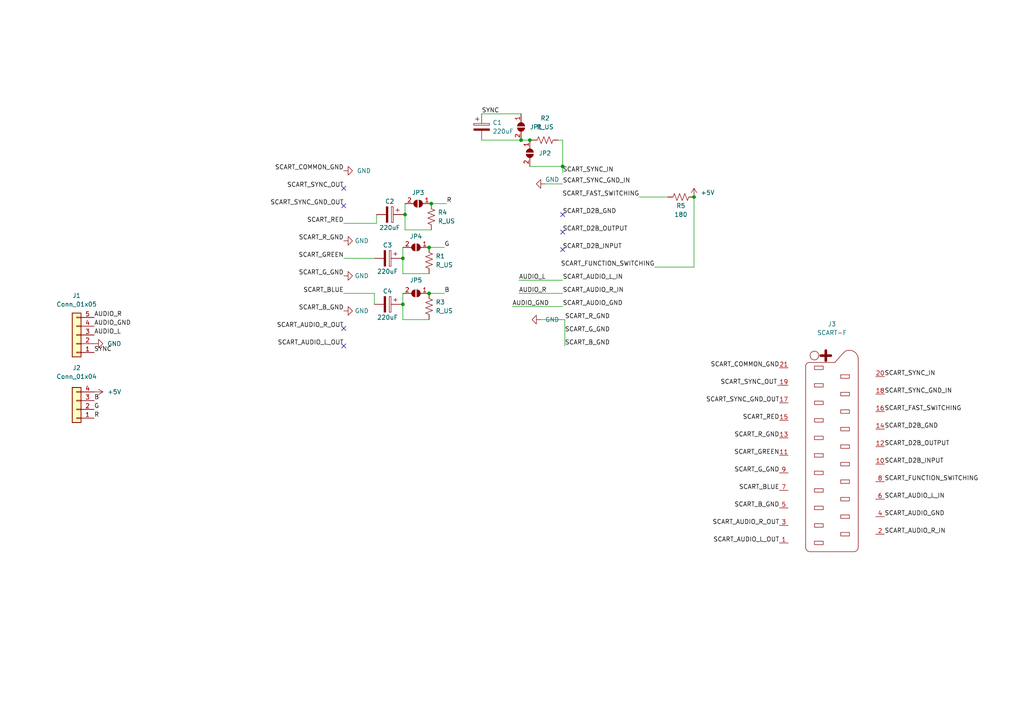
<source format=kicad_sch>
(kicad_sch (version 20211123) (generator eeschema)
  (paper "A4")
  (lib_symbols
    (symbol "Connector:SCART-F" (pin_names (offset 0.762) hide)
      (property "Reference" "J" (at 0 31.75 0))
      (property "Value" "SCART-F" (at 1.016 -29.21 0))
      (symbol "SCART-F_0_1"
        (arc (start -7.62 -26.67) (mid -7.248 -27.568) (end -6.35 -27.94))
        (arc (start -6.604 26.9494) (mid -7.3224 26.6518) (end -7.62 25.9334))
        (rectangle (start -5.08 -24.892) (end -2.54 -25.908))
        (rectangle (start -5.08 -19.812) (end -2.54 -20.828))
        (rectangle (start -5.08 -14.732) (end -2.54 -15.748))
        (rectangle (start -5.08 -9.652) (end -2.54 -10.668))
        (rectangle (start -5.08 -4.572) (end -2.54 -5.588))
        (rectangle (start -5.08 0.508) (end -2.54 -0.508))
        (rectangle (start -5.08 5.588) (end -2.54 4.572))
        (rectangle (start -5.08 10.668) (end -2.54 9.652))
        (rectangle (start -5.08 15.748) (end -2.54 14.732))
        (rectangle (start -5.08 20.828) (end -2.54 19.812))
        (rectangle (start -5.08 25.908) (end -2.54 24.892))
        (circle (center -5.08 28.956) (radius 1.27))
        (polyline (pts (xy -7.62 22.86) (xy -7.62 -26.67)))
        (polyline (pts (xy -7.62 22.86) (xy -7.62 24.13)))
        (polyline (pts (xy -7.62 24.6634) (xy -7.62 24.13)))
        (polyline (pts (xy -7.62 24.6634) (xy -7.62 25.9334)))
        (polyline (pts (xy -6.604 26.9494) (xy 0.508 26.9494)))
        (polyline (pts (xy -6.35 -27.94) (xy 6.35 -27.94)))
        (polyline (pts (xy 3.302 29.718) (xy 1.27 27.432)))
        (polyline (pts (xy 4.826 30.48) (xy 5.08 30.48)))
        (polyline (pts (xy 7.62 -26.67) (xy 7.62 28.2194)))
        (arc (start 0.508 26.924) (mid 0.9569 27.0702) (end 1.2192 27.4574))
        (rectangle (start 2.54 -22.352) (end 5.08 -23.368))
        (rectangle (start 2.54 -17.272) (end 5.08 -18.288))
        (rectangle (start 2.54 -12.192) (end 5.08 -13.208))
        (rectangle (start 2.54 -7.112) (end 5.08 -8.128))
        (rectangle (start 2.54 -2.032) (end 5.08 -3.048))
        (rectangle (start 2.54 3.048) (end 5.08 2.032))
        (rectangle (start 2.54 8.128) (end 5.08 7.112))
        (rectangle (start 2.54 13.208) (end 5.08 12.192))
        (rectangle (start 2.54 18.288) (end 5.08 17.272))
        (rectangle (start 2.54 23.368) (end 5.08 22.352))
        (arc (start 4.826 30.48) (mid 3.999 30.2726) (end 3.3782 29.6926))
        (arc (start 6.35 -27.94) (mid 7.248 -27.568) (end 7.62 -26.67))
        (arc (start 7.62 27.94) (mid 6.8761 29.7361) (end 5.08 30.48))
        (text "+" (at -1.778 29.21 0) (effects (font (size 3.81 3.81) bold)))
      )
      (symbol "SCART-F_1_1"
        (pin passive line (at -15.24 -25.4 0) (length 2.54) (name "P1") (number "1"))
        (pin passive line (at 15.24 -2.54 180) (length 2.54) (name "P10") (number "10"))
        (pin passive line (at -15.24 0 0) (length 2.54) (name "P11") (number "11"))
        (pin passive line (at 15.24 2.54 180) (length 2.54) (name "P12") (number "12"))
        (pin passive line (at -15.24 5.08 0) (length 2.54) (name "P13") (number "13"))
        (pin passive line (at 15.24 7.62 180) (length 2.54) (name "P14") (number "14"))
        (pin passive line (at -15.24 10.16 0) (length 2.54) (name "P15") (number "15"))
        (pin passive line (at 15.24 12.7 180) (length 2.54) (name "P16") (number "16"))
        (pin passive line (at -15.24 15.24 0) (length 2.54) (name "P17") (number "17"))
        (pin passive line (at 15.24 17.78 180) (length 2.54) (name "P18") (number "18"))
        (pin passive line (at -15.24 20.32 0) (length 2.54) (name "P19") (number "19"))
        (pin passive line (at 15.24 -22.86 180) (length 2.54) (name "P2") (number "2"))
        (pin passive line (at 15.24 22.86 180) (length 2.54) (name "P20") (number "20"))
        (pin passive line (at -15.24 25.4 0) (length 2.54) (name "P21") (number "21"))
        (pin passive line (at -15.24 -20.32 0) (length 2.54) (name "P3") (number "3"))
        (pin passive line (at 15.24 -17.78 180) (length 2.54) (name "P4") (number "4"))
        (pin passive line (at -15.24 -15.24 0) (length 2.54) (name "P5") (number "5"))
        (pin passive line (at 15.24 -12.7 180) (length 2.54) (name "P6") (number "6"))
        (pin passive line (at -15.24 -10.16 0) (length 2.54) (name "P7") (number "7"))
        (pin passive line (at 15.24 -7.62 180) (length 2.54) (name "P8") (number "8"))
        (pin passive line (at -15.24 -5.08 0) (length 2.54) (name "P9") (number "9"))
      )
    )
    (symbol "Connector_Generic:Conn_01x04" (pin_names (offset 1.016) hide)
      (property "Reference" "J" (at 0 5.08 0))
      (property "Value" "Conn_01x04" (at 0 -7.62 0))
      (symbol "Conn_01x04_1_1"
        (rectangle (start -1.27 -4.953) (end 0 -5.207) (stroke (width 0.1524)))
        (rectangle (start -1.27 -2.413) (end 0 -2.667) (stroke (width 0.1524)))
        (rectangle (start -1.27 0.127) (end 0 -0.127) (stroke (width 0.1524)))
        (rectangle (start -1.27 2.667) (end 0 2.413) (stroke (width 0.1524)))
        (rectangle (start -1.27 3.81) (end 1.27 -6.35) (stroke (width 0.254)) (fill (type background)))
        (pin passive line (at -5.08 2.54 0) (length 3.81) (name "Pin_1") (number "1"))
        (pin passive line (at -5.08 0 0) (length 3.81) (name "Pin_2") (number "2"))
        (pin passive line (at -5.08 -2.54 0) (length 3.81) (name "Pin_3") (number "3"))
        (pin passive line (at -5.08 -5.08 0) (length 3.81) (name "Pin_4") (number "4"))
      )
    )
    (symbol "Connector_Generic:Conn_01x05" (pin_names (offset 1.016) hide)
      (property "Reference" "J" (at 0 7.62 0))
      (property "Value" "Conn_01x05" (at 0 -7.62 0))
      (symbol "Conn_01x05_1_1"
        (rectangle (start -1.27 -4.953) (end 0 -5.207) (stroke (width 0.1524)))
        (rectangle (start -1.27 -2.413) (end 0 -2.667) (stroke (width 0.1524)))
        (rectangle (start -1.27 0.127) (end 0 -0.127) (stroke (width 0.1524)))
        (rectangle (start -1.27 2.667) (end 0 2.413) (stroke (width 0.1524)))
        (rectangle (start -1.27 5.207) (end 0 4.953) (stroke (width 0.1524)))
        (rectangle (start -1.27 6.35) (end 1.27 -6.35) (stroke (width 0.254)) (fill (type background)))
        (pin passive line (at -5.08 5.08 0) (length 3.81) (name "Pin_1") (number "1"))
        (pin passive line (at -5.08 2.54 0) (length 3.81) (name "Pin_2") (number "2"))
        (pin passive line (at -5.08 0 0) (length 3.81) (name "Pin_3") (number "3"))
        (pin passive line (at -5.08 -2.54 0) (length 3.81) (name "Pin_4") (number "4"))
        (pin passive line (at -5.08 -5.08 0) (length 3.81) (name "Pin_5") (number "5"))
      )
    )
    (symbol "Device:C_Polarized" (pin_numbers hide) (pin_names (offset 0.254))
      (property "Reference" "C" (at 0.635 2.54 0))
      (property "Value" "C_Polarized" (at 0.635 -2.54 0))
      (symbol "C_Polarized_0_1"
        (rectangle (start -2.286 0.508) (end 2.286 1.016))
        (polyline (pts (xy -1.778 2.286) (xy -0.762 2.286)))
        (polyline (pts (xy -1.27 2.794) (xy -1.27 1.778)))
        (rectangle (start 2.286 -0.508) (end -2.286 -1.016) (fill (type outline)))
      )
      (symbol "C_Polarized_1_1"
        (pin passive line (at 0 3.81 270) (length 2.794) (name "~") (number "1"))
        (pin passive line (at 0 -3.81 90) (length 2.794) (name "~") (number "2"))
      )
    )
    (symbol "Device:R_US" (pin_numbers hide) (pin_names (offset 0))
      (property "Reference" "R" (at 2.54 0 90))
      (property "Value" "R_US" (at -2.54 0 90))
      (symbol "R_US_0_1"
        (polyline (pts (xy 0 -2.286) (xy 0 -2.54)))
        (polyline (pts (xy 0 2.286) (xy 0 2.54)))
        (polyline (pts (xy 0 -0.762) (xy 1.016 -1.143) (xy 0 -1.524) (xy -1.016 -1.905) (xy 0 -2.286)))
        (polyline (pts (xy 0 0.762) (xy 1.016 0.381) (xy 0 0) (xy -1.016 -0.381) (xy 0 -0.762)))
        (polyline (pts (xy 0 2.286) (xy 1.016 1.905) (xy 0 1.524) (xy -1.016 1.143) (xy 0 0.762)))
      )
      (symbol "R_US_1_1"
        (pin passive line (at 0 3.81 270) (length 1.27) (name "~") (number "1"))
        (pin passive line (at 0 -3.81 90) (length 1.27) (name "~") (number "2"))
      )
    )
    (symbol "Jumper:SolderJumper_2_Open" (pin_names (offset 0) hide)
      (property "Reference" "JP" (at 0 2.032 0))
      (property "Value" "SolderJumper_2_Open" (at 0 -2.54 0))
      (symbol "SolderJumper_2_Open_0_1"
        (arc (start -0.254 1.016) (mid -1.27 0) (end -0.254 -1.016))
        (arc (start -0.254 1.016) (mid -1.27 0) (end -0.254 -1.016) (fill (type outline)))
        (polyline (pts (xy -0.254 1.016) (xy -0.254 -1.016)))
        (polyline (pts (xy 0.254 1.016) (xy 0.254 -1.016)))
        (arc (start 0.254 -1.016) (mid 1.27 0) (end 0.254 1.016))
        (arc (start 0.254 -1.016) (mid 1.27 0) (end 0.254 1.016) (fill (type outline)))
      )
      (symbol "SolderJumper_2_Open_1_1"
        (pin passive line (at -3.81 0 0) (length 2.54) (name "A") (number "1"))
        (pin passive line (at 3.81 0 180) (length 2.54) (name "B") (number "2"))
      )
    )
    (symbol "power:+5V" (power) (pin_names (offset 0))
      (property "Value" "+5V" (at 0 3.556 0))
      (symbol "+5V_0_1"
        (polyline (pts (xy -0.762 1.27) (xy 0 2.54)))
        (polyline (pts (xy 0 0) (xy 0 2.54)))
        (polyline (pts (xy 0 2.54) (xy 0.762 1.27)))
      )
      (symbol "+5V_1_1"
        (pin power_in line (at 0 0 90) (length 0) hide (name "+5V") (number "1"))
      )
    )
    (symbol "power:GND" (power) (pin_names (offset 0))
      (property "Value" "GND" (at 0 -3.81 0))
      (symbol "GND_0_1"
        (polyline (pts (xy 0 0) (xy 0 -1.27) (xy 1.27 -1.27) (xy 0 -2.54) (xy -1.27 -1.27) (xy 0 -1.27)))
      )
      (symbol "GND_1_1"
        (pin power_in line (at 0 0 270) (length 0) hide (name "GND") (number "1"))
      )
    )
  )
  (junction (at 153.67 40.64))
  (junction (at 151.13 40.64))
  (junction (at 117.475 62.23))
  (junction (at 201.295 57.15))
  (junction (at 125.095 59.055))
  (junction (at 116.84 74.93))
  (junction (at 116.84 88.265))
  (junction (at 163.195 48.26))
  (junction (at 124.46 85.09))
  (junction (at 124.46 71.755))
  (no_connect (at 163.195 62.23))
  (no_connect (at 163.195 72.39))
  (no_connect (at 163.195 67.31))
  (no_connect (at 99.695 95.25))
  (no_connect (at 99.695 100.33))
  (no_connect (at 99.695 54.61))
  (no_connect (at 99.695 59.69))
  (wire (pts (xy 139.7 40.64) (xy 151.13 40.64)))
  (wire (pts (xy 163.195 40.64) (xy 163.195 48.26)))
  (wire (pts (xy 125.095 59.055) (xy 129.54 59.055)))
  (wire (pts (xy 158.115 53.34) (xy 163.195 53.34)))
  (wire (pts (xy 116.84 62.23) (xy 117.475 62.23)))
  (wire (pts (xy 117.475 62.23) (xy 117.475 66.675)))
  (wire (pts (xy 153.67 40.64) (xy 154.305 40.64)))
  (wire (pts (xy 116.84 85.09) (xy 116.84 88.265)))
  (wire (pts (xy 117.475 66.675) (xy 125.095 66.675)))
  (wire (pts (xy 156.845 92.71) (xy 163.83 92.71)))
  (wire (pts (xy 116.205 74.93) (xy 116.84 74.93)))
  (wire (pts (xy 148.59 88.9) (xy 163.195 88.9)))
  (wire (pts (xy 163.195 48.26) (xy 163.195 50.165)))
  (wire (pts (xy 116.84 88.265) (xy 116.84 92.71)))
  (wire (pts (xy 150.495 85.09) (xy 163.195 85.09)))
  (wire (pts (xy 116.84 74.93) (xy 116.84 79.375)))
  (wire (pts (xy 116.205 88.265) (xy 116.84 88.265)))
  (wire (pts (xy 117.475 59.055) (xy 117.475 62.23)))
  (wire (pts (xy 201.295 57.15) (xy 201.295 77.47)))
  (wire (pts (xy 151.13 40.64) (xy 153.67 40.64)))
  (wire (pts (xy 109.22 62.23) (xy 109.22 64.77)))
  (wire (pts (xy 225.425 111.76) (xy 226.06 111.76)))
  (wire (pts (xy 161.925 40.64) (xy 163.195 40.64)))
  (wire (pts (xy 124.46 71.755) (xy 128.905 71.755)))
  (wire (pts (xy 139.7 33.02) (xy 151.13 33.02)))
  (wire (pts (xy 116.84 92.71) (xy 124.46 92.71)))
  (wire (pts (xy 108.585 88.265) (xy 108.585 85.09)))
  (wire (pts (xy 109.22 64.77) (xy 99.695 64.77)))
  (wire (pts (xy 201.295 77.47) (xy 189.865 77.47)))
  (wire (pts (xy 163.83 92.71) (xy 163.83 100.33)))
  (wire (pts (xy 108.585 85.09) (xy 99.695 85.09)))
  (wire (pts (xy 116.84 79.375) (xy 124.46 79.375)))
  (wire (pts (xy 124.46 85.09) (xy 128.905 85.09)))
  (wire (pts (xy 153.67 48.26) (xy 163.195 48.26)))
  (wire (pts (xy 193.675 57.15) (xy 185.42 57.15)))
  (wire (pts (xy 99.695 74.93) (xy 108.585 74.93)))
  (wire (pts (xy 150.495 81.28) (xy 163.195 81.28)))
  (wire (pts (xy 116.84 71.755) (xy 116.84 74.93)))
  (label "SCART_RED" (at 99.695 64.77 180))
  (label "SCART_AUDIO_R_IN" (at 163.195 85.09 0))
  (label "SCART_D2B_GND" (at 163.195 62.23 0))
  (label "SCART_G_GND" (at 226.06 137.16 180))
  (label "SCART_SYNC_GND_IN" (at 163.195 53.34 0))
  (label "SCART_AUDIO_R_OUT" (at 99.695 95.25 180))
  (label "AUDIO_GND" (at 27.305 94.615 0))
  (label "SCART_SYNC_GND_OUT" (at 226.06 116.84 180))
  (label "SCART_AUDIO_L_OUT" (at 226.06 157.48 180))
  (label "AUDIO_L" (at 27.305 97.155 0))
  (label "SCART_AUDIO_L_IN" (at 256.54 144.78 0))
  (label "SCART_R_GND" (at 163.83 92.71 0))
  (label "B" (at 27.305 116.205 0))
  (label "B" (at 128.905 85.09 0))
  (label "SCART_B_GND" (at 99.695 90.17 180))
  (label "SCART_COMMON_GND" (at 99.695 49.53 180))
  (label "SCART_SYNC_GND_OUT" (at 99.695 59.69 180))
  (label "SCART_RED" (at 226.06 121.92 180))
  (label "SCART_SYNC_IN" (at 256.54 109.22 0))
  (label "SCART_BLUE" (at 99.695 85.09 180))
  (label "SCART_AUDIO_L_OUT" (at 99.695 100.33 180))
  (label "R" (at 27.305 121.285 0))
  (label "SCART_BLUE" (at 226.06 142.24 180))
  (label "SCART_AUDIO_R_OUT" (at 226.06 152.4 180))
  (label "SCART_AUDIO_GND" (at 256.54 149.86 0))
  (label "SCART_SYNC_GND_IN" (at 256.54 114.3 0))
  (label "SYNC" (at 139.7 33.02 0))
  (label "SCART_R_GND" (at 226.06 127 180))
  (label "G" (at 128.905 71.755 0))
  (label "SCART_FUNCTION_SWITCHING" (at 189.865 77.47 180))
  (label "SCART_AUDIO_R_IN" (at 256.54 154.94 0))
  (label "G" (at 27.305 118.745 0))
  (label "AUDIO_R" (at 150.495 85.09 0))
  (label "SCART_D2B_INPUT" (at 256.54 134.62 0))
  (label "SCART_R_GND" (at 99.695 69.85 180))
  (label "SCART_SYNC_OUT" (at 99.695 54.61 180))
  (label "SCART_D2B_OUTPUT" (at 163.195 67.31 0))
  (label "SCART_FAST_SWITCHING" (at 185.42 57.15 180))
  (label "SCART_D2B_OUTPUT" (at 256.54 129.54 0))
  (label "SYNC" (at 27.305 102.235 0))
  (label "SCART_FAST_SWITCHING" (at 256.54 119.38 0))
  (label "SCART_G_GND" (at 163.83 96.52 0))
  (label "AUDIO_GND" (at 148.59 88.9 0))
  (label "SCART_FUNCTION_SWITCHING" (at 256.54 139.7 0))
  (label "SCART_GREEN" (at 99.695 74.93 180))
  (label "SCART_D2B_INPUT" (at 163.195 72.39 0))
  (label "SCART_D2B_GND" (at 256.54 124.46 0))
  (label "SCART_AUDIO_L_IN" (at 163.195 81.28 0))
  (label "SCART_AUDIO_GND" (at 163.195 88.9 0))
  (label "AUDIO_R" (at 27.305 92.075 0))
  (label "AUDIO_L" (at 150.495 81.28 0))
  (label "R" (at 129.54 59.055 0))
  (label "SCART_SYNC_OUT" (at 225.425 111.76 180))
  (label "SCART_COMMON_GND" (at 226.06 106.68 180))
  (label "SCART_SYNC_IN" (at 163.195 50.165 0))
  (label "SCART_B_GND" (at 163.83 100.33 0))
  (label "SCART_GREEN" (at 226.06 132.08 180))
  (label "SCART_G_GND" (at 99.695 80.01 180))
  (label "SCART_B_GND" (at 226.06 147.32 180))
  (symbol (lib_id "Connector_Generic:Conn_01x04") (at 22.225 118.745 180) (unit 1)
    (property "Reference" "J2" (at 22.225 106.68 0))
    (property "Value" "Conn_01x04" (at 22.225 109.22 0))
    (property "Footprint" "SCART-PCB:back_wire_pads" (effects hide))
  )
  (symbol (lib_id "Connector_Generic:Conn_01x05") (at 22.225 97.155 180) (unit 1)
    (property "Reference" "J1" (at 22.225 85.725 0))
    (property "Value" "Conn_01x05" (at 22.225 88.265 0))
    (property "Footprint" "SCART-PCB:front_wire_pads" (effects hide))
  )
  (symbol (lib_id "Device:C_Polarized") (at 139.7 36.83 0) (unit 1)
    (property "Reference" "C1" (at 142.875 35.5599 0) (effects (justify left)))
    (property "Value" "220uF" (at 142.875 38.0999 0) (effects (justify left)))
    (property "Footprint" "Capacitor_SMD:CP_Elec_6.3x5.3" (effects hide))
  )
  (symbol (lib_id "Device:C_Polarized") (at 113.03 62.23 270) (unit 1)
    (property "Reference" "C2" (at 113.03 58.42 90))
    (property "Value" "220uF" (at 113.03 66.04 90))
    (property "Footprint" "Capacitor_SMD:CP_Elec_6.3x5.3" (effects hide))
  )
  (symbol (lib_id "Device:R_US") (at 125.095 62.865 0) (unit 1)
    (property "Reference" "R4" (at 127 61.5949 0) (effects (justify left)))
    (property "Value" "R_US" (at 127 64.1349 0) (effects (justify left)))
    (property "Footprint" "Resistor_SMD:R_0603_1608Metric_Pad0.98x0.95mm_HandSolder" (effects hide))
  )
  (symbol (lib_id "power:GND") (at 99.695 69.85 90) (unit 1)
    (property "Reference" "#PWR04" (effects hide))
    (property "Value" "GND" (at 102.87 69.8499 90) (effects (justify right)))
  )
  (symbol (lib_id "power:GND") (at 156.845 92.71 270) (unit 1)
    (property "Reference" "#PWR07" (effects hide))
    (property "Value" "GND" (at 158.115 92.7099 90) (effects (justify left)))
  )
  (symbol (lib_id "Device:C_Polarized") (at 112.395 74.93 270) (unit 1)
    (property "Reference" "C3" (at 112.395 71.12 90))
    (property "Value" "220uF" (at 112.395 78.74 90))
    (property "Footprint" "Capacitor_SMD:CP_Elec_6.3x5.3" (effects hide))
  )
  (symbol (lib_id "power:+5V") (at 201.295 57.15 0) (unit 1)
    (property "Reference" "#PWR09" (effects hide))
    (property "Value" "+5V" (at 203.2 55.8799 0) (effects (justify left)))
  )
  (symbol (lib_id "Jumper:SolderJumper_2_Open") (at 153.67 44.45 90) (mirror x) (unit 1)
    (property "Reference" "JP2" (at 156.21 44.4499 90) (effects (justify right)))
    (property "Value" "SolderJumper_2_Open" (effects hide))
    (property "Footprint" "SCART-PCB:Triangle jumper" (effects hide))
  )
  (symbol (lib_id "Device:C_Polarized") (at 112.395 88.265 270) (unit 1)
    (property "Reference" "C4" (at 112.395 84.455 90))
    (property "Value" "220uF" (at 112.395 92.075 90))
    (property "Footprint" "Capacitor_SMD:CP_Elec_6.3x5.3" (effects hide))
  )
  (symbol (lib_id "power:GND") (at 99.695 90.17 90) (unit 1)
    (property "Reference" "#PWR06" (effects hide))
    (property "Value" "GND" (at 102.87 90.1699 90) (effects (justify right)))
  )
  (symbol (lib_id "Device:R_US") (at 197.485 57.15 90) (unit 1)
    (property "Reference" "R5" (at 197.485 59.69 90))
    (property "Value" "180" (at 197.485 62.23 90))
    (property "Footprint" "Resistor_SMD:R_0603_1608Metric_Pad0.98x0.95mm_HandSolder" (effects hide))
  )
  (symbol (lib_id "power:+5V") (at 27.305 113.665 270) (mirror x) (unit 1)
    (property "Reference" "#PWR0102" (effects hide))
    (property "Value" "+5V" (at 31.115 113.6651 90) (effects (justify left)))
  )
  (symbol (lib_id "Device:R_US") (at 158.115 40.64 90) (unit 1)
    (property "Reference" "R2" (at 158.115 34.29 90))
    (property "Value" "R_US" (at 158.115 36.83 90))
    (property "Footprint" "Resistor_SMD:R_0603_1608Metric_Pad0.98x0.95mm_HandSolder" (effects hide))
  )
  (symbol (lib_id "Device:R_US") (at 124.46 75.565 0) (unit 1)
    (property "Reference" "R1" (at 126.365 74.2949 0) (effects (justify left)))
    (property "Value" "R_US" (at 126.365 76.8349 0) (effects (justify left)))
    (property "Footprint" "Resistor_SMD:R_0603_1608Metric_Pad0.98x0.95mm_HandSolder" (effects hide))
  )
  (symbol (lib_id "power:GND") (at 158.115 53.34 270) (unit 1)
    (property "Reference" "#PWR08" (effects hide))
    (property "Value" "GND" (at 158.115 52.07 90) (effects (justify left)))
  )
  (symbol (lib_id "power:GND") (at 99.695 80.01 90) (unit 1)
    (property "Reference" "#PWR05" (effects hide))
    (property "Value" "GND" (at 102.87 80.0099 90) (effects (justify right)))
  )
  (symbol (lib_id "Jumper:SolderJumper_2_Open") (at 120.65 71.755 0) (mirror y) (unit 1)
    (property "Reference" "JP4" (at 120.65 68.58 0))
    (property "Value" "SolderJumper_2_Open" (effects hide))
    (property "Footprint" "SCART-PCB:Triangle jumper" (effects hide))
  )
  (symbol (lib_id "Jumper:SolderJumper_2_Open") (at 121.285 59.055 0) (mirror y) (unit 1)
    (property "Reference" "JP3" (at 121.285 55.88 0))
    (property "Value" "SolderJumper_2_Open" (effects hide))
    (property "Footprint" "SCART-PCB:Triangle jumper" (effects hide))
  )
  (symbol (lib_id "Device:R_US") (at 124.46 88.9 0) (unit 1)
    (property "Reference" "R3" (at 126.365 87.6299 0) (effects (justify left)))
    (property "Value" "R_US" (at 126.365 90.1699 0) (effects (justify left)))
    (property "Footprint" "Resistor_SMD:R_0603_1608Metric_Pad0.98x0.95mm_HandSolder" (effects hide))
  )
  (symbol (lib_id "power:GND") (at 99.695 49.53 90) (unit 1)
    (property "Reference" "#PWR03" (effects hide))
    (property "Value" "GND" (at 103.505 49.5299 90) (effects (justify right)))
  )
  (symbol (lib_id "power:GND") (at 27.305 99.695 90) (mirror x) (unit 1)
    (property "Reference" "#PWR0101" (effects hide))
    (property "Value" "GND" (at 31.115 99.6951 90) (effects (justify right)))
  )
  (symbol (lib_id "Connector:SCART-F") (at 241.3 132.08 0) (unit 1)
    (property "Reference" "J3" (at 241.3 93.98 0))
    (property "Value" "SCART-F" (at 241.3 96.52 0))
    (property "Footprint" "SCART-PCB:SCART_MALE" (effects hide))
    (property "Datasheet" " ~" (effects hide))
  )
  (symbol (lib_id "Jumper:SolderJumper_2_Open") (at 120.65 85.09 0) (mirror y) (unit 1)
    (property "Reference" "JP5" (at 120.65 81.28 0))
    (property "Value" "SolderJumper_2_Open" (effects hide))
    (property "Footprint" "SCART-PCB:Triangle jumper" (effects hide))
  )
  (symbol (lib_id "Jumper:SolderJumper_2_Open") (at 151.13 36.83 90) (mirror x) (unit 1)
    (property "Reference" "JP1" (at 153.67 36.8299 90) (effects (justify right)))
    (property "Value" "SolderJumper_2_Open" (effects hide))
    (property "Footprint" "SCART-PCB:Triangle jumper" (effects hide))
  )
)
</source>
